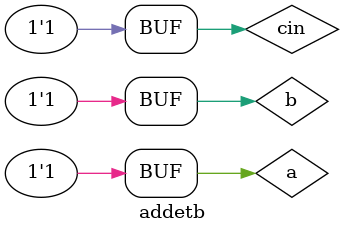
<source format=v>
`timescale 1ns / 1ps


module addetb;

	// Inputs
	reg a;
	reg b;
	reg cin;

	// Outputs
	wire s;
	wire cout;

	// Instantiate the Unit Under Test (UUT)
	fulladder uut (
		.a(a), 
		.b(b), 
		.cin(cin), 
		.s(s), 
		.cout(cout)
	);

	initial begin
		// Initialize Inputs
		a = 0;
		b = 0;
		cin = 0;
		
		#100;
		a = 0;
		b = 1;
		cin = 1;
		
		#100;
		a = 1;
		b = 1;
		cin = 1;

		// Wait 100 ns for global reset to finish
		#100;
        
		// Add stimulus here

	end
      
endmodule


</source>
